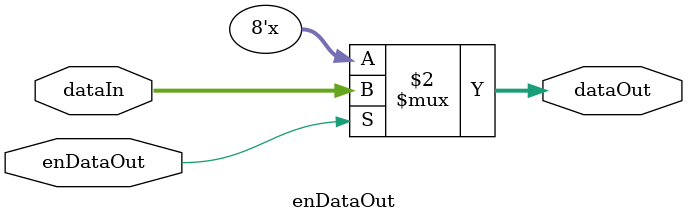
<source format=v>
module enDataOut(dataOut, dataIn, enDataOut);

output reg [7:0] dataOut;
input wire [7:0] dataIn;
input wire enDataOut; 

always@(enDataOut)
begin
	if(enDataOut)
	begin
		dataOut <= dataIn;
	end
end

endmodule
</source>
